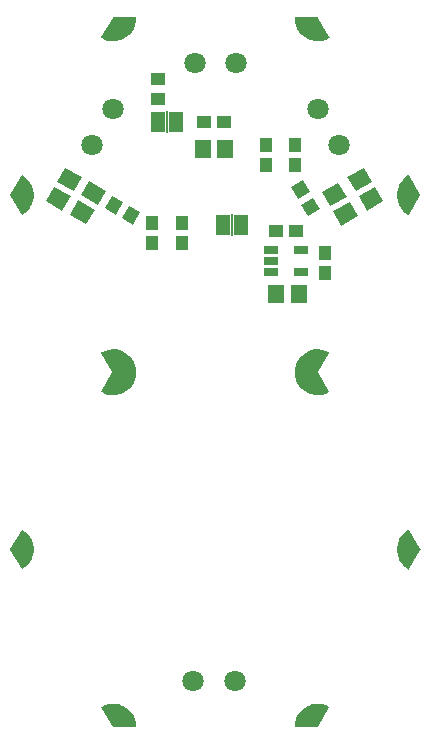
<source format=gbr>
G04 EAGLE Gerber RS-274X export*
G75*
%MOMM*%
%FSLAX34Y34*%
%LPD*%
%INSoldermask Bottom*%
%IPPOS*%
%AMOC8*
5,1,8,0,0,1.08239X$1,22.5*%
G01*
%ADD10C,1.101600*%
%ADD11C,1.801600*%
%ADD12R,1.201600X1.101600*%
%ADD13R,1.401600X1.601600*%
%ADD14R,1.270000X1.701800*%
%ADD15R,0.152400X1.828800*%
%ADD16R,1.101600X1.201600*%
%ADD17R,1.301600X0.651600*%

G36*
X417569Y475645D02*
X417569Y475645D01*
X417616Y475643D01*
X420654Y476008D01*
X420686Y476019D01*
X420732Y476024D01*
X423672Y476872D01*
X423702Y476888D01*
X423748Y476900D01*
X426514Y478209D01*
X426536Y478226D01*
X426563Y478236D01*
X426615Y478285D01*
X426673Y478328D01*
X426687Y478353D01*
X426708Y478372D01*
X426737Y478438D01*
X426773Y478500D01*
X426776Y478528D01*
X426788Y478554D01*
X426789Y478626D01*
X426798Y478697D01*
X426790Y478724D01*
X426791Y478753D01*
X426755Y478848D01*
X426744Y478888D01*
X426737Y478897D01*
X426733Y478909D01*
X417376Y495160D01*
X426733Y511411D01*
X426742Y511438D01*
X426758Y511462D01*
X426773Y511532D01*
X426796Y511600D01*
X426793Y511628D01*
X426799Y511656D01*
X426786Y511727D01*
X426780Y511798D01*
X426767Y511823D01*
X426761Y511851D01*
X426721Y511911D01*
X426688Y511974D01*
X426666Y511992D01*
X426650Y512016D01*
X426567Y512074D01*
X426535Y512101D01*
X426524Y512104D01*
X426514Y512111D01*
X423748Y513420D01*
X423715Y513428D01*
X423672Y513448D01*
X420732Y514296D01*
X420698Y514299D01*
X420654Y514312D01*
X417616Y514677D01*
X417582Y514674D01*
X417535Y514680D01*
X414478Y514553D01*
X414445Y514545D01*
X414398Y514544D01*
X411401Y513928D01*
X411370Y513915D01*
X411324Y513906D01*
X408464Y512817D01*
X408436Y512799D01*
X408392Y512783D01*
X405744Y511249D01*
X405718Y511227D01*
X405678Y511204D01*
X403310Y509266D01*
X403288Y509239D01*
X403252Y509210D01*
X401225Y506917D01*
X401209Y506888D01*
X401177Y506853D01*
X399545Y504265D01*
X399533Y504233D01*
X399508Y504194D01*
X398312Y501377D01*
X398305Y501344D01*
X398302Y501337D01*
X398298Y501331D01*
X398297Y501325D01*
X398286Y501301D01*
X397558Y498329D01*
X397556Y498295D01*
X397545Y498250D01*
X397302Y495200D01*
X397306Y495171D01*
X397301Y495143D01*
X397303Y495133D01*
X397302Y495120D01*
X397545Y492070D01*
X397554Y492038D01*
X397558Y491991D01*
X398286Y489019D01*
X398301Y488988D01*
X398312Y488943D01*
X399508Y486126D01*
X399527Y486098D01*
X399545Y486055D01*
X401177Y483467D01*
X401201Y483443D01*
X401225Y483403D01*
X403252Y481110D01*
X403279Y481090D01*
X403310Y481054D01*
X405678Y479116D01*
X405708Y479100D01*
X405744Y479071D01*
X408392Y477538D01*
X408424Y477527D01*
X408464Y477503D01*
X411324Y476415D01*
X411357Y476409D01*
X411401Y476392D01*
X414398Y475776D01*
X414432Y475776D01*
X414478Y475767D01*
X417535Y475640D01*
X417569Y475645D01*
G37*
G36*
X245922Y475767D02*
X245922Y475767D01*
X245955Y475775D01*
X246002Y475776D01*
X248999Y476392D01*
X249030Y476405D01*
X249076Y476415D01*
X251936Y477503D01*
X251965Y477521D01*
X252008Y477538D01*
X254656Y479071D01*
X254682Y479093D01*
X254723Y479116D01*
X257090Y481054D01*
X257112Y481081D01*
X257148Y481110D01*
X259175Y483403D01*
X259192Y483432D01*
X259223Y483467D01*
X260855Y486055D01*
X260867Y486087D01*
X260892Y486126D01*
X262088Y488943D01*
X262095Y488976D01*
X262114Y489019D01*
X262842Y491991D01*
X262844Y492025D01*
X262855Y492070D01*
X263098Y495120D01*
X263094Y495149D01*
X263099Y495177D01*
X263097Y495187D01*
X263098Y495200D01*
X262855Y498250D01*
X262846Y498282D01*
X262842Y498329D01*
X262114Y501301D01*
X262099Y501332D01*
X262088Y501377D01*
X260892Y504194D01*
X260873Y504222D01*
X260855Y504265D01*
X259223Y506853D01*
X259199Y506877D01*
X259175Y506917D01*
X257148Y509210D01*
X257121Y509230D01*
X257090Y509266D01*
X254723Y511204D01*
X254692Y511220D01*
X254656Y511249D01*
X252008Y512783D01*
X251976Y512793D01*
X251936Y512817D01*
X249076Y513906D01*
X249043Y513911D01*
X248999Y513928D01*
X246002Y514544D01*
X245968Y514544D01*
X245922Y514553D01*
X242865Y514680D01*
X242831Y514675D01*
X242784Y514677D01*
X239746Y514312D01*
X239714Y514301D01*
X239668Y514296D01*
X236728Y513448D01*
X236698Y513432D01*
X236653Y513420D01*
X233887Y512111D01*
X233864Y512094D01*
X233837Y512084D01*
X233785Y512035D01*
X233727Y511992D01*
X233713Y511967D01*
X233692Y511948D01*
X233663Y511882D01*
X233627Y511820D01*
X233624Y511792D01*
X233612Y511766D01*
X233611Y511694D01*
X233602Y511623D01*
X233610Y511596D01*
X233610Y511567D01*
X233645Y511472D01*
X233656Y511432D01*
X233663Y511423D01*
X233667Y511411D01*
X243024Y495160D01*
X233667Y478909D01*
X233658Y478882D01*
X233642Y478858D01*
X233627Y478788D01*
X233604Y478720D01*
X233607Y478692D01*
X233601Y478664D01*
X233615Y478594D01*
X233620Y478522D01*
X233633Y478497D01*
X233639Y478469D01*
X233679Y478409D01*
X233712Y478346D01*
X233734Y478328D01*
X233750Y478304D01*
X233833Y478246D01*
X233865Y478219D01*
X233876Y478216D01*
X233887Y478209D01*
X236653Y476900D01*
X236686Y476892D01*
X236728Y476872D01*
X239668Y476024D01*
X239702Y476021D01*
X239746Y476008D01*
X242784Y475643D01*
X242818Y475646D01*
X242865Y475640D01*
X245922Y475767D01*
G37*
G36*
X417594Y775648D02*
X417594Y775648D01*
X417640Y775646D01*
X420684Y776015D01*
X420717Y776026D01*
X420763Y776031D01*
X423708Y776884D01*
X423738Y776900D01*
X423783Y776913D01*
X426553Y778227D01*
X426577Y778245D01*
X426604Y778255D01*
X426656Y778304D01*
X426713Y778347D01*
X426727Y778372D01*
X426748Y778392D01*
X426777Y778457D01*
X426812Y778519D01*
X426816Y778547D01*
X426828Y778574D01*
X426828Y778645D01*
X426837Y778716D01*
X426829Y778744D01*
X426830Y778773D01*
X426795Y778866D01*
X426783Y778907D01*
X426776Y778916D01*
X426771Y778929D01*
X417232Y795406D01*
X417181Y795463D01*
X417136Y795525D01*
X417116Y795537D01*
X417100Y795555D01*
X417031Y795588D01*
X416965Y795627D01*
X416939Y795631D01*
X416921Y795640D01*
X416876Y795642D01*
X416801Y795655D01*
X397761Y795678D01*
X397733Y795672D01*
X397704Y795674D01*
X397636Y795652D01*
X397566Y795638D01*
X397542Y795622D01*
X397515Y795613D01*
X397461Y795566D01*
X397402Y795526D01*
X397387Y795502D01*
X397365Y795483D01*
X397333Y795418D01*
X397295Y795358D01*
X397290Y795330D01*
X397277Y795304D01*
X397269Y795204D01*
X397262Y795162D01*
X397264Y795152D01*
X397263Y795138D01*
X397510Y792082D01*
X397519Y792049D01*
X397523Y792003D01*
X398256Y789026D01*
X398271Y788995D01*
X398282Y788949D01*
X399484Y786129D01*
X399503Y786101D01*
X399521Y786057D01*
X401160Y783466D01*
X401183Y783441D01*
X401208Y783402D01*
X403241Y781107D01*
X403268Y781086D01*
X403299Y781051D01*
X405674Y779112D01*
X405704Y779096D01*
X405740Y779066D01*
X408396Y777533D01*
X408428Y777522D01*
X408468Y777499D01*
X411335Y776411D01*
X411369Y776406D01*
X411413Y776389D01*
X414417Y775776D01*
X414451Y775776D01*
X414497Y775766D01*
X417560Y775642D01*
X417594Y775648D01*
G37*
G36*
X245904Y775766D02*
X245904Y775766D01*
X245936Y775774D01*
X245983Y775776D01*
X248988Y776389D01*
X249019Y776402D01*
X249065Y776411D01*
X251932Y777499D01*
X251960Y777517D01*
X252004Y777533D01*
X254660Y779066D01*
X254685Y779089D01*
X254726Y779112D01*
X257101Y781051D01*
X257122Y781077D01*
X257159Y781107D01*
X259192Y783402D01*
X259209Y783431D01*
X259240Y783466D01*
X260879Y786057D01*
X260891Y786089D01*
X260916Y786129D01*
X262118Y788949D01*
X262125Y788983D01*
X262144Y789026D01*
X262877Y792003D01*
X262879Y792037D01*
X262890Y792082D01*
X263137Y795138D01*
X263134Y795167D01*
X263138Y795195D01*
X263122Y795265D01*
X263113Y795336D01*
X263099Y795361D01*
X263092Y795389D01*
X263050Y795446D01*
X263014Y795508D01*
X262991Y795526D01*
X262974Y795549D01*
X262913Y795585D01*
X262856Y795628D01*
X262828Y795635D01*
X262803Y795650D01*
X262704Y795667D01*
X262663Y795677D01*
X262652Y795675D01*
X262639Y795678D01*
X243599Y795655D01*
X243524Y795639D01*
X243448Y795631D01*
X243427Y795620D01*
X243405Y795615D01*
X243341Y795571D01*
X243274Y795534D01*
X243258Y795514D01*
X243241Y795502D01*
X243217Y795465D01*
X243168Y795406D01*
X233629Y778929D01*
X233619Y778901D01*
X233603Y778877D01*
X233588Y778808D01*
X233565Y778740D01*
X233567Y778711D01*
X233561Y778683D01*
X233575Y778613D01*
X233580Y778542D01*
X233594Y778516D01*
X233599Y778488D01*
X233639Y778428D01*
X233672Y778365D01*
X233694Y778347D01*
X233710Y778323D01*
X233792Y778265D01*
X233825Y778238D01*
X233835Y778235D01*
X233847Y778227D01*
X236617Y776913D01*
X236650Y776905D01*
X236692Y776884D01*
X239637Y776031D01*
X239671Y776029D01*
X239716Y776015D01*
X242760Y775646D01*
X242793Y775648D01*
X242840Y775642D01*
X245904Y775766D01*
G37*
G36*
X493927Y628171D02*
X493927Y628171D01*
X493998Y628171D01*
X494025Y628182D01*
X494054Y628185D01*
X494116Y628220D01*
X494181Y628248D01*
X494202Y628268D01*
X494227Y628283D01*
X494290Y628360D01*
X494320Y628390D01*
X494324Y628400D01*
X494333Y628411D01*
X503833Y644911D01*
X503843Y644943D01*
X503852Y644956D01*
X503856Y644980D01*
X503857Y644984D01*
X503888Y645054D01*
X503888Y645078D01*
X503896Y645100D01*
X503890Y645176D01*
X503891Y645253D01*
X503881Y645277D01*
X503880Y645298D01*
X503859Y645337D01*
X503833Y645409D01*
X494333Y661909D01*
X494314Y661931D01*
X494301Y661957D01*
X494248Y662005D01*
X494201Y662058D01*
X494175Y662071D01*
X494154Y662090D01*
X494086Y662113D01*
X494022Y662144D01*
X493993Y662146D01*
X493966Y662155D01*
X493894Y662150D01*
X493823Y662153D01*
X493796Y662143D01*
X493767Y662141D01*
X493677Y662099D01*
X493637Y662084D01*
X493629Y662077D01*
X493616Y662071D01*
X491093Y660329D01*
X491069Y660305D01*
X491031Y660278D01*
X488819Y658154D01*
X488800Y658126D01*
X488766Y658094D01*
X486924Y655643D01*
X486910Y655612D01*
X486881Y655575D01*
X485456Y652860D01*
X485447Y652829D01*
X485431Y652804D01*
X485430Y652796D01*
X485425Y652786D01*
X484454Y649878D01*
X484450Y649844D01*
X484435Y649800D01*
X483943Y646773D01*
X483944Y646739D01*
X483936Y646693D01*
X483936Y643627D01*
X483937Y643623D01*
X483937Y643621D01*
X483943Y643594D01*
X483943Y643547D01*
X484435Y640520D01*
X484447Y640489D01*
X484454Y640442D01*
X485425Y637534D01*
X485442Y637505D01*
X485456Y637460D01*
X486881Y634745D01*
X486903Y634719D01*
X486924Y634677D01*
X488766Y632226D01*
X488791Y632203D01*
X488819Y632166D01*
X491031Y630042D01*
X491059Y630024D01*
X491093Y629991D01*
X493616Y628249D01*
X493643Y628238D01*
X493665Y628219D01*
X493734Y628199D01*
X493799Y628171D01*
X493828Y628171D01*
X493856Y628163D01*
X493927Y628171D01*
G37*
G36*
X493927Y328171D02*
X493927Y328171D01*
X493998Y328171D01*
X494025Y328182D01*
X494054Y328185D01*
X494116Y328220D01*
X494181Y328248D01*
X494202Y328268D01*
X494227Y328283D01*
X494290Y328360D01*
X494320Y328390D01*
X494324Y328400D01*
X494333Y328411D01*
X503833Y344911D01*
X503843Y344943D01*
X503852Y344956D01*
X503856Y344980D01*
X503857Y344984D01*
X503888Y345054D01*
X503888Y345078D01*
X503896Y345100D01*
X503890Y345176D01*
X503891Y345253D01*
X503881Y345277D01*
X503880Y345298D01*
X503859Y345337D01*
X503833Y345409D01*
X494333Y361909D01*
X494314Y361931D01*
X494301Y361957D01*
X494248Y362005D01*
X494201Y362058D01*
X494175Y362071D01*
X494154Y362090D01*
X494086Y362113D01*
X494022Y362144D01*
X493993Y362146D01*
X493966Y362155D01*
X493894Y362150D01*
X493823Y362153D01*
X493796Y362143D01*
X493767Y362141D01*
X493677Y362099D01*
X493637Y362084D01*
X493629Y362077D01*
X493616Y362071D01*
X491093Y360329D01*
X491069Y360305D01*
X491031Y360278D01*
X488819Y358154D01*
X488800Y358126D01*
X488766Y358094D01*
X486924Y355643D01*
X486910Y355612D01*
X486881Y355575D01*
X485456Y352860D01*
X485447Y352829D01*
X485431Y352804D01*
X485430Y352796D01*
X485425Y352786D01*
X484454Y349878D01*
X484450Y349844D01*
X484435Y349800D01*
X483943Y346773D01*
X483944Y346739D01*
X483936Y346693D01*
X483936Y343627D01*
X483937Y343623D01*
X483937Y343621D01*
X483943Y343594D01*
X483943Y343547D01*
X484435Y340520D01*
X484447Y340489D01*
X484454Y340442D01*
X485425Y337534D01*
X485442Y337505D01*
X485456Y337460D01*
X486881Y334745D01*
X486903Y334719D01*
X486924Y334677D01*
X488766Y332226D01*
X488791Y332203D01*
X488819Y332166D01*
X491031Y330042D01*
X491059Y330024D01*
X491093Y329991D01*
X493616Y328249D01*
X493643Y328238D01*
X493665Y328219D01*
X493734Y328199D01*
X493799Y328171D01*
X493828Y328171D01*
X493856Y328163D01*
X493927Y328171D01*
G37*
G36*
X166506Y628170D02*
X166506Y628170D01*
X166577Y628167D01*
X166604Y628177D01*
X166633Y628179D01*
X166723Y628221D01*
X166763Y628236D01*
X166771Y628243D01*
X166784Y628249D01*
X169307Y629991D01*
X169331Y630015D01*
X169369Y630042D01*
X171581Y632166D01*
X171600Y632194D01*
X171634Y632226D01*
X173476Y634677D01*
X173490Y634708D01*
X173519Y634745D01*
X174944Y637460D01*
X174953Y637493D01*
X174975Y637534D01*
X175946Y640442D01*
X175950Y640476D01*
X175965Y640520D01*
X176457Y643547D01*
X176456Y643581D01*
X176464Y643627D01*
X176464Y646693D01*
X176457Y646726D01*
X176457Y646773D01*
X175965Y649800D01*
X175953Y649831D01*
X175946Y649878D01*
X174975Y652786D01*
X174962Y652809D01*
X174956Y652834D01*
X174949Y652843D01*
X174944Y652860D01*
X173519Y655575D01*
X173497Y655601D01*
X173476Y655643D01*
X171634Y658094D01*
X171609Y658117D01*
X171581Y658154D01*
X169369Y660278D01*
X169341Y660296D01*
X169307Y660329D01*
X166784Y662071D01*
X166757Y662082D01*
X166735Y662101D01*
X166666Y662121D01*
X166601Y662149D01*
X166572Y662149D01*
X166544Y662157D01*
X166473Y662149D01*
X166402Y662150D01*
X166375Y662138D01*
X166346Y662135D01*
X166284Y662100D01*
X166219Y662072D01*
X166198Y662052D01*
X166173Y662037D01*
X166110Y661960D01*
X166080Y661930D01*
X166076Y661920D01*
X166067Y661909D01*
X156567Y645409D01*
X156543Y645336D01*
X156512Y645266D01*
X156512Y645242D01*
X156504Y645220D01*
X156511Y645144D01*
X156510Y645067D01*
X156519Y645043D01*
X156520Y645022D01*
X156541Y644983D01*
X156560Y644931D01*
X156561Y644925D01*
X156563Y644923D01*
X156567Y644911D01*
X166067Y628411D01*
X166086Y628389D01*
X166099Y628363D01*
X166152Y628315D01*
X166199Y628262D01*
X166225Y628249D01*
X166247Y628230D01*
X166314Y628207D01*
X166378Y628176D01*
X166407Y628175D01*
X166434Y628165D01*
X166506Y628170D01*
G37*
G36*
X166506Y328170D02*
X166506Y328170D01*
X166577Y328167D01*
X166604Y328177D01*
X166633Y328179D01*
X166723Y328221D01*
X166763Y328236D01*
X166771Y328243D01*
X166784Y328249D01*
X169307Y329991D01*
X169331Y330015D01*
X169369Y330042D01*
X171581Y332166D01*
X171600Y332194D01*
X171634Y332226D01*
X173476Y334677D01*
X173490Y334708D01*
X173519Y334745D01*
X174944Y337460D01*
X174953Y337493D01*
X174975Y337534D01*
X175946Y340442D01*
X175950Y340476D01*
X175965Y340520D01*
X176457Y343547D01*
X176456Y343581D01*
X176464Y343627D01*
X176464Y346693D01*
X176457Y346726D01*
X176457Y346773D01*
X175965Y349800D01*
X175953Y349831D01*
X175946Y349878D01*
X174975Y352786D01*
X174962Y352809D01*
X174956Y352834D01*
X174949Y352843D01*
X174944Y352860D01*
X173519Y355575D01*
X173497Y355601D01*
X173476Y355643D01*
X171634Y358094D01*
X171609Y358117D01*
X171581Y358154D01*
X169369Y360278D01*
X169341Y360296D01*
X169307Y360329D01*
X166784Y362071D01*
X166757Y362082D01*
X166735Y362101D01*
X166666Y362121D01*
X166601Y362149D01*
X166572Y362149D01*
X166544Y362157D01*
X166473Y362149D01*
X166402Y362150D01*
X166375Y362138D01*
X166346Y362135D01*
X166284Y362100D01*
X166219Y362072D01*
X166198Y362052D01*
X166173Y362037D01*
X166110Y361960D01*
X166080Y361930D01*
X166076Y361920D01*
X166067Y361909D01*
X156567Y345409D01*
X156543Y345336D01*
X156512Y345266D01*
X156512Y345242D01*
X156504Y345220D01*
X156511Y345144D01*
X156510Y345067D01*
X156519Y345043D01*
X156520Y345022D01*
X156541Y344983D01*
X156560Y344931D01*
X156561Y344925D01*
X156563Y344923D01*
X156567Y344911D01*
X166067Y328411D01*
X166086Y328389D01*
X166099Y328363D01*
X166152Y328315D01*
X166199Y328262D01*
X166225Y328249D01*
X166247Y328230D01*
X166314Y328207D01*
X166378Y328176D01*
X166407Y328175D01*
X166434Y328165D01*
X166506Y328170D01*
G37*
G36*
X416876Y194676D02*
X416876Y194676D01*
X416954Y194685D01*
X416973Y194696D01*
X416995Y194700D01*
X417059Y194744D01*
X417127Y194783D01*
X417143Y194802D01*
X417159Y194813D01*
X417183Y194851D01*
X417233Y194911D01*
X426733Y211411D01*
X426742Y211438D01*
X426758Y211462D01*
X426773Y211532D01*
X426796Y211600D01*
X426793Y211628D01*
X426799Y211656D01*
X426786Y211727D01*
X426780Y211798D01*
X426767Y211823D01*
X426761Y211851D01*
X426721Y211911D01*
X426688Y211974D01*
X426666Y211992D01*
X426650Y212016D01*
X426567Y212074D01*
X426535Y212101D01*
X426524Y212104D01*
X426514Y212111D01*
X423748Y213420D01*
X423715Y213428D01*
X423672Y213448D01*
X420732Y214296D01*
X420698Y214299D01*
X420654Y214312D01*
X417616Y214677D01*
X417582Y214674D01*
X417535Y214680D01*
X414478Y214553D01*
X414445Y214545D01*
X414398Y214544D01*
X411401Y213928D01*
X411370Y213915D01*
X411324Y213906D01*
X408464Y212817D01*
X408436Y212799D01*
X408392Y212783D01*
X405744Y211249D01*
X405718Y211227D01*
X405678Y211204D01*
X403310Y209266D01*
X403288Y209239D01*
X403252Y209210D01*
X401225Y206917D01*
X401209Y206888D01*
X401177Y206853D01*
X399545Y204265D01*
X399533Y204233D01*
X399508Y204194D01*
X398312Y201377D01*
X398305Y201344D01*
X398302Y201337D01*
X398298Y201331D01*
X398297Y201325D01*
X398286Y201301D01*
X397558Y198329D01*
X397556Y198295D01*
X397545Y198250D01*
X397302Y195200D01*
X397306Y195171D01*
X397301Y195143D01*
X397318Y195074D01*
X397326Y195002D01*
X397341Y194978D01*
X397347Y194950D01*
X397390Y194892D01*
X397426Y194830D01*
X397448Y194813D01*
X397465Y194790D01*
X397527Y194753D01*
X397584Y194710D01*
X397612Y194703D01*
X397636Y194688D01*
X397736Y194672D01*
X397777Y194661D01*
X397787Y194663D01*
X397800Y194661D01*
X416800Y194661D01*
X416876Y194676D01*
G37*
G36*
X262628Y194666D02*
X262628Y194666D01*
X262656Y194664D01*
X262724Y194686D01*
X262795Y194700D01*
X262818Y194716D01*
X262845Y194725D01*
X262900Y194772D01*
X262959Y194813D01*
X262974Y194837D01*
X262996Y194855D01*
X263027Y194920D01*
X263066Y194980D01*
X263071Y195008D01*
X263083Y195034D01*
X263092Y195135D01*
X263099Y195177D01*
X263097Y195187D01*
X263098Y195200D01*
X262855Y198250D01*
X262846Y198282D01*
X262842Y198329D01*
X262114Y201301D01*
X262099Y201332D01*
X262088Y201377D01*
X260892Y204194D01*
X260873Y204222D01*
X260855Y204265D01*
X259223Y206853D01*
X259199Y206877D01*
X259175Y206917D01*
X257148Y209210D01*
X257121Y209230D01*
X257090Y209266D01*
X254723Y211204D01*
X254692Y211220D01*
X254656Y211249D01*
X252008Y212783D01*
X251976Y212793D01*
X251936Y212817D01*
X249076Y213906D01*
X249043Y213911D01*
X248999Y213928D01*
X246002Y214544D01*
X245968Y214544D01*
X245922Y214553D01*
X242865Y214680D01*
X242831Y214675D01*
X242784Y214677D01*
X239746Y214312D01*
X239714Y214301D01*
X239668Y214296D01*
X236728Y213448D01*
X236698Y213432D01*
X236653Y213420D01*
X233887Y212111D01*
X233864Y212094D01*
X233837Y212084D01*
X233785Y212035D01*
X233727Y211992D01*
X233713Y211967D01*
X233692Y211948D01*
X233663Y211882D01*
X233627Y211820D01*
X233624Y211792D01*
X233612Y211766D01*
X233611Y211694D01*
X233602Y211623D01*
X233610Y211596D01*
X233610Y211567D01*
X233645Y211472D01*
X233656Y211432D01*
X233663Y211423D01*
X233667Y211411D01*
X243167Y194911D01*
X243219Y194853D01*
X243265Y194790D01*
X243284Y194779D01*
X243299Y194762D01*
X243369Y194728D01*
X243436Y194688D01*
X243461Y194684D01*
X243478Y194676D01*
X243523Y194674D01*
X243600Y194661D01*
X262600Y194661D01*
X262628Y194666D01*
G37*
D10*
X495400Y645160D03*
X407720Y494440D03*
X252680Y494440D03*
X165000Y645160D03*
X495400Y345160D03*
X412800Y202060D03*
X247600Y202060D03*
X165000Y345160D03*
X412800Y788227D03*
X247600Y788227D03*
D11*
X346430Y233410D03*
X311430Y233410D03*
X225796Y687925D03*
X243296Y718235D03*
X417104Y718235D03*
X434604Y687925D03*
X312700Y757190D03*
X347700Y757190D03*
D12*
X320430Y707390D03*
X337430Y707390D03*
D13*
X319430Y684530D03*
X338430Y684530D03*
D12*
X281940Y743830D03*
X281940Y726830D03*
D14*
X297180Y707390D03*
X281940Y707390D03*
D15*
X289560Y707390D03*
D16*
G36*
X399701Y642207D02*
X394193Y651747D01*
X404599Y657755D01*
X410107Y648215D01*
X399701Y642207D01*
G37*
G36*
X408201Y627485D02*
X402693Y637025D01*
X413099Y643033D01*
X418607Y633493D01*
X408201Y627485D01*
G37*
G36*
X257055Y636167D02*
X266595Y630659D01*
X260587Y620253D01*
X251047Y625761D01*
X257055Y636167D01*
G37*
G36*
X242333Y644667D02*
X251873Y639159D01*
X245865Y628753D01*
X236325Y634261D01*
X242333Y644667D01*
G37*
X373380Y687950D03*
X373380Y670950D03*
X302260Y621910D03*
X302260Y604910D03*
X397510Y687950D03*
X397510Y670950D03*
X276860Y621910D03*
X276860Y604910D03*
D13*
G36*
X216561Y644972D02*
X223569Y657110D01*
X237439Y649102D01*
X230431Y636964D01*
X216561Y644972D01*
G37*
G36*
X207061Y628518D02*
X214069Y640656D01*
X227939Y632648D01*
X220931Y620510D01*
X207061Y628518D01*
G37*
G36*
X196241Y656402D02*
X203249Y668540D01*
X217119Y660532D01*
X210111Y648394D01*
X196241Y656402D01*
G37*
G36*
X186741Y639948D02*
X193749Y652086D01*
X207619Y644078D01*
X200611Y631940D01*
X186741Y639948D01*
G37*
G36*
X443791Y639386D02*
X450799Y627248D01*
X436929Y619240D01*
X429921Y631378D01*
X443791Y639386D01*
G37*
G36*
X434291Y655840D02*
X441299Y643702D01*
X427429Y635694D01*
X420421Y647832D01*
X434291Y655840D01*
G37*
G36*
X465381Y652086D02*
X472389Y639948D01*
X458519Y631940D01*
X451511Y644078D01*
X465381Y652086D01*
G37*
G36*
X455881Y668540D02*
X462889Y656402D01*
X449019Y648394D01*
X442011Y660532D01*
X455881Y668540D01*
G37*
D17*
X376890Y579780D03*
X376890Y589280D03*
X376890Y598780D03*
X402890Y598780D03*
X402890Y579780D03*
D12*
X398390Y614680D03*
X381390Y614680D03*
D13*
X400660Y561340D03*
X381660Y561340D03*
D16*
X422910Y579510D03*
X422910Y596510D03*
D14*
X351790Y619760D03*
X336550Y619760D03*
D15*
X344170Y619760D03*
M02*

</source>
